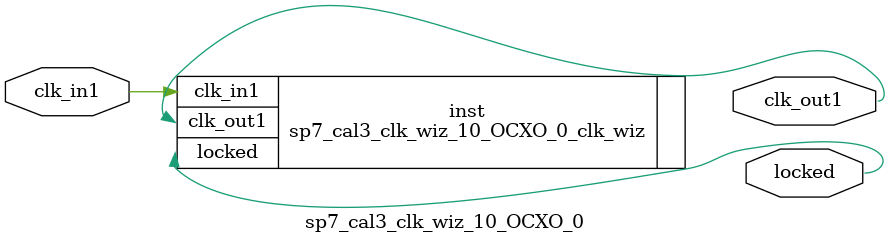
<source format=v>


`timescale 1ps/1ps

(* CORE_GENERATION_INFO = "sp7_cal3_clk_wiz_10_OCXO_0,clk_wiz_v6_0_5_0_0,{component_name=sp7_cal3_clk_wiz_10_OCXO_0,use_phase_alignment=true,use_min_o_jitter=false,use_max_i_jitter=false,use_dyn_phase_shift=false,use_inclk_switchover=false,use_dyn_reconfig=false,enable_axi=0,feedback_source=FDBK_AUTO,PRIMITIVE=MMCM,num_out_clk=1,clkin1_period=100.000,clkin2_period=10.0,use_power_down=false,use_reset=false,use_locked=true,use_inclk_stopped=false,feedback_type=SINGLE,CLOCK_MGR_TYPE=NA,manual_override=false}" *)

module sp7_cal3_clk_wiz_10_OCXO_0 
 (
  // Clock out ports
  output        clk_out1,
  // Status and control signals
  output        locked,
 // Clock in ports
  input         clk_in1
 );

  sp7_cal3_clk_wiz_10_OCXO_0_clk_wiz inst
  (
  // Clock out ports  
  .clk_out1(clk_out1),
  // Status and control signals               
  .locked(locked),
 // Clock in ports
  .clk_in1(clk_in1)
  );

endmodule

</source>
